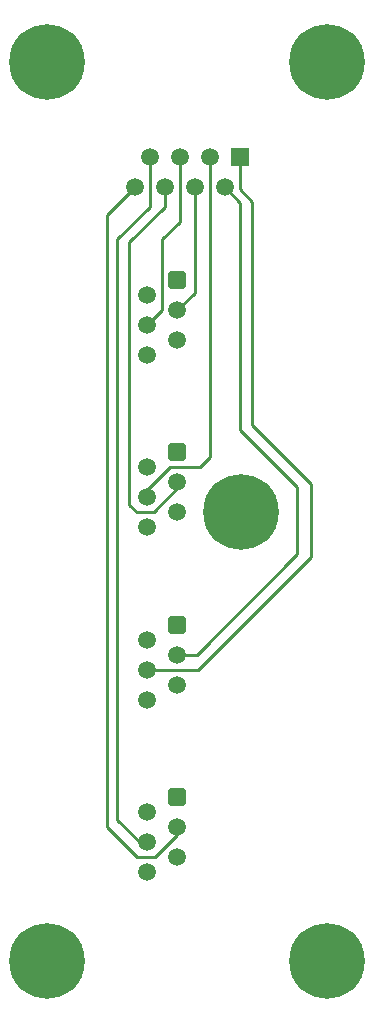
<source format=gbr>
G04 #@! TF.GenerationSoftware,KiCad,Pcbnew,8.0.3*
G04 #@! TF.CreationDate,2024-07-07T19:52:19-07:00*
G04 #@! TF.ProjectId,T568A_to_RJ11_adapter,54353638-415f-4746-9f5f-524a31315f61,1*
G04 #@! TF.SameCoordinates,Original*
G04 #@! TF.FileFunction,Copper,L2,Bot*
G04 #@! TF.FilePolarity,Positive*
%FSLAX46Y46*%
G04 Gerber Fmt 4.6, Leading zero omitted, Abs format (unit mm)*
G04 Created by KiCad (PCBNEW 8.0.3) date 2024-07-07 19:52:19*
%MOMM*%
%LPD*%
G01*
G04 APERTURE LIST*
G04 Aperture macros list*
%AMRoundRect*
0 Rectangle with rounded corners*
0 $1 Rounding radius*
0 $2 $3 $4 $5 $6 $7 $8 $9 X,Y pos of 4 corners*
0 Add a 4 corners polygon primitive as box body*
4,1,4,$2,$3,$4,$5,$6,$7,$8,$9,$2,$3,0*
0 Add four circle primitives for the rounded corners*
1,1,$1+$1,$2,$3*
1,1,$1+$1,$4,$5*
1,1,$1+$1,$6,$7*
1,1,$1+$1,$8,$9*
0 Add four rect primitives between the rounded corners*
20,1,$1+$1,$2,$3,$4,$5,0*
20,1,$1+$1,$4,$5,$6,$7,0*
20,1,$1+$1,$6,$7,$8,$9,0*
20,1,$1+$1,$8,$9,$2,$3,0*%
G04 Aperture macros list end*
G04 #@! TA.AperFunction,ComponentPad*
%ADD10RoundRect,0.250000X-0.510000X0.510000X-0.510000X-0.510000X0.510000X-0.510000X0.510000X0.510000X0*%
G04 #@! TD*
G04 #@! TA.AperFunction,ComponentPad*
%ADD11C,1.520000*%
G04 #@! TD*
G04 #@! TA.AperFunction,ComponentPad*
%ADD12C,6.400000*%
G04 #@! TD*
G04 #@! TA.AperFunction,ComponentPad*
%ADD13R,1.500000X1.500000*%
G04 #@! TD*
G04 #@! TA.AperFunction,ComponentPad*
%ADD14C,1.500000*%
G04 #@! TD*
G04 #@! TA.AperFunction,Conductor*
%ADD15C,0.250000*%
G04 #@! TD*
G04 APERTURE END LIST*
D10*
X98110000Y-105733000D03*
D11*
X95570000Y-107003000D03*
X98110000Y-108273000D03*
X95570000Y-109543000D03*
X98110000Y-110813000D03*
X95570000Y-112083000D03*
D10*
X98110000Y-120338000D03*
D11*
X95570000Y-121608000D03*
X98110000Y-122878000D03*
X95570000Y-124148000D03*
X98110000Y-125418000D03*
X95570000Y-126688000D03*
D12*
X110787000Y-58113000D03*
X87038000Y-134186000D03*
X110787000Y-134186000D03*
D10*
X98110000Y-76547000D03*
D11*
X95570000Y-77817000D03*
X98110000Y-79087000D03*
X95570000Y-80357000D03*
X98110000Y-81627000D03*
X95570000Y-82897000D03*
D10*
X98110000Y-91128000D03*
D11*
X95570000Y-92398000D03*
X98110000Y-93668000D03*
X95570000Y-94938000D03*
X98110000Y-96208000D03*
X95570000Y-97478000D03*
D13*
X103385500Y-66134000D03*
D14*
X102115500Y-68674000D03*
X100845500Y-66134000D03*
X99575500Y-68674000D03*
X98305500Y-66134000D03*
X97035500Y-68674000D03*
X95765500Y-66134000D03*
X94495500Y-68674000D03*
D12*
X103500000Y-96149500D03*
X87038000Y-58113000D03*
D15*
X98110000Y-123495000D02*
X96182000Y-125423000D01*
X92118000Y-71051500D02*
X94495500Y-68674000D01*
X94658000Y-125423000D02*
X92118000Y-122883000D01*
X96182000Y-125423000D02*
X94658000Y-125423000D01*
X98110000Y-122878000D02*
X98110000Y-123495000D01*
X92118000Y-122883000D02*
X92118000Y-71051500D01*
X102115500Y-68674000D02*
X103421000Y-69979500D01*
X103421000Y-69979500D02*
X103421000Y-89228000D01*
X103421000Y-89228000D02*
X108247000Y-94054000D01*
X99743000Y-108273000D02*
X98110000Y-108273000D01*
X108247000Y-99769000D02*
X99743000Y-108273000D01*
X108247000Y-94054000D02*
X108247000Y-99769000D01*
X96817000Y-79110000D02*
X95570000Y-80357000D01*
X98305500Y-71610500D02*
X96817000Y-73099000D01*
X96817000Y-73099000D02*
X96817000Y-79110000D01*
X98305500Y-66134000D02*
X98305500Y-71610500D01*
X99575500Y-77621500D02*
X98110000Y-79087000D01*
X99575500Y-68674000D02*
X99575500Y-77621500D01*
X96083000Y-96213000D02*
X98110000Y-94186000D01*
X98110000Y-94186000D02*
X98110000Y-93668000D01*
X94023000Y-95578000D02*
X94658000Y-96213000D01*
X94023000Y-73353000D02*
X94023000Y-95578000D01*
X97035500Y-68674000D02*
X97035500Y-70340500D01*
X94658000Y-96213000D02*
X96083000Y-96213000D01*
X97035500Y-70340500D02*
X94023000Y-73353000D01*
X100845500Y-91549500D02*
X99992000Y-92403000D01*
X95570000Y-94285000D02*
X95570000Y-94938000D01*
X97452000Y-92403000D02*
X95570000Y-94285000D01*
X100845500Y-66134000D02*
X100845500Y-91549500D01*
X99992000Y-92403000D02*
X97452000Y-92403000D01*
X109390000Y-93800000D02*
X109390000Y-100023000D01*
X104437000Y-69924000D02*
X104437000Y-88847000D01*
X103385500Y-66134000D02*
X103385500Y-68872500D01*
X109390000Y-100023000D02*
X99870000Y-109543000D01*
X103385500Y-68872500D02*
X104437000Y-69924000D01*
X104437000Y-88847000D02*
X109390000Y-93800000D01*
X99870000Y-109543000D02*
X95570000Y-109543000D01*
X95765500Y-66134000D02*
X95765500Y-70340500D01*
X95765500Y-70340500D02*
X93007000Y-73099000D01*
X93007000Y-122248000D02*
X94907000Y-124148000D01*
X94907000Y-124148000D02*
X95570000Y-124148000D01*
X93007000Y-73099000D02*
X93007000Y-122248000D01*
M02*

</source>
